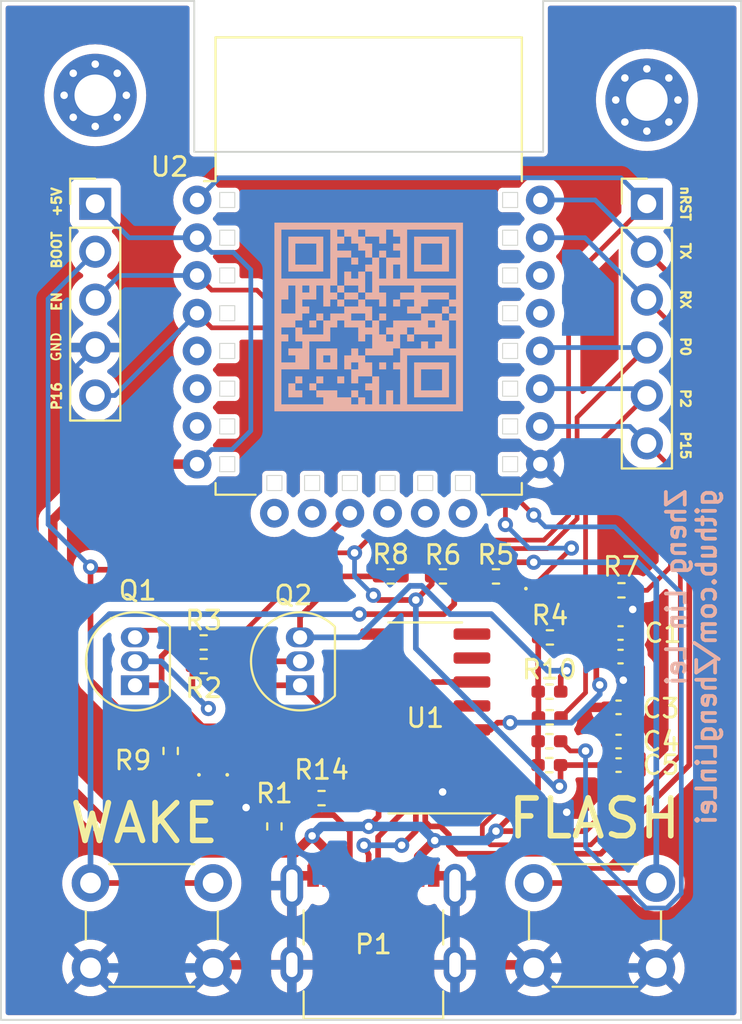
<source format=kicad_pcb>
(kicad_pcb (version 20221018) (generator pcbnew)
  (layers (0 "F.Cu" signal) (31 "B.Cu" signal) (34 "B.Paste" user) (35 "F.Paste" user) (36 "B.SilkS" user "B.Silkscreen") (37 "F.SilkS" user "F.Silkscreen") (38 "B.Mask" user) (39 "F.Mask" user) (44 "Edge.Cuts" user))
  (net 0 "")
  (net 1 "GND")
  (net 2 "Net-(U1-V3)")
  (net 3 "VBUS")
  (net 4 "Net-(D1-A)")
  (net 5 "Net-(D2-A)")
  (net 6 "Net-(P1-CC)")
  (net 7 "Net-(P1-D+)")
  (net 8 "Net-(P1-D-)")
  (net 10 "Net-(Q1-E)")
  (net 11 "Net-(Q1-B)")
  (net 12 "Net-(Q2-E)")
  (net 13 "Net-(Q2-B)")
  (net 14 "Net-(R5-Pad2)")
  (net 15 "Net-(R8-Pad2)")
  (net 33 "Net-(D3-A)")
  (net 34 "nRST")
  (net 35 "PIN16")
  (net 38 "BOOT_LED")
  (net 39 "EN")
  (net 40 "TX")
  (net 41 "RX")
  (net 42 "PIN0")
  (net 43 "PIN2")
  (net 44 "PIN15")
  (footprint "LED_SMD:LED_0402_1005Metric_Pad0.77x0.64mm_HandSolder" (layer "F.Cu") (at 138 122.75 90)
    (fp_text reference "D3" hide)
    (fp_text value "LED")
  )
  (footprint "LED_SMD:LED_0402_1005Metric_Pad0.77x0.64mm_HandSolder" (layer "F.Cu") (at 155.101098 114.145646)
    (fp_text reference "D1" hide)
    (fp_text value "LED")
  )
  (footprint "Resistor_SMD:R_0402_1005Metric_Pad0.72x0.64mm_HandSolder" (layer "F.Cu") (at 143 125.25 180)
    (fp_text reference "R14")
    (fp_text value "330")
  )
  (footprint "Resistor_SMD:R_0402_1005Metric_Pad0.72x0.64mm_HandSolder" (layer "F.Cu") (at 140.5 126.75 -90)
    (fp_text reference "R1")
    (fp_text value "4.7k")
  )
  (footprint "Resistor_SMD:R_0402_1005Metric_Pad0.72x0.64mm_HandSolder" (layer "F.Cu") (at 149.436473 113.5 180)
    (fp_text reference "R6")
    (fp_text value "19330R")
  )
  (footprint "Button_Switch_THT:SW_PUSH_6mm" (layer "F.Cu") (at 154.25 129.75)
    (fp_text reference "SW2" hide)
    (fp_text value "SW_Push")
  )
  (footprint "Resistor_SMD:R_0402_1005Metric_Pad0.72x0.64mm_HandSolder" (layer "F.Cu") (at 136.75 117)
    (fp_text reference "R3")
    (fp_text value "10k")
  )
  (footprint "Resistor_SMD:R_0402_1005Metric_Pad0.72x0.64mm_HandSolder" (layer "F.Cu") (at 155.109033 116.732859)
    (fp_text reference "R4")
    (fp_text value "330R")
  )
  (footprint "Resistor_SMD:R_0402_1005Metric_Pad0.72x0.64mm_HandSolder" (layer "F.Cu") (at 135 122.75 -90)
    (fp_text reference "R9")
    (fp_text value "330R")
  )
  (footprint "Package_TO_SOT_THT:TO-92_Inline" (layer "F.Cu") (at 141.86 119.27 90)
    (fp_text reference "Q2")
    (fp_text value "S8050")
  )
  (footprint "Connector_PinHeader_2.54mm:PinHeader_1x06_P2.54mm_Vertical" (layer "F.Cu") (at 160.25 93.75)
    (fp_text reference "J2" hide)
    (fp_text value "Conn_01x06_Pin")
  )
  (footprint "Capacitor_SMD:C_0402_1005Metric_Pad0.74x0.62mm_HandSolder" (layer "F.Cu") (at 158.854271 116.5)
    (fp_text reference "C1")
    (fp_text value "100n")
  )
  (footprint "RF_Module:ESP-12E_XPIN" (layer "F.Cu") (at 145.5 97.05)
    (fp_text reference "U2")
    (fp_text value "ESP-12E")
    (fp_rect (start -7.9 -3.9) (end -7.1 -3.1) (stroke (width 0.05)) (fill none) (layer "Edge.Cuts"))
    (fp_rect (start -7.9 -1.9) (end -7.1 -1.1) (stroke (width 0.05)) (fill none) (layer "Edge.Cuts"))
    (fp_rect (start -7.9 0.1) (end -7.1 0.9) (stroke (width 0.05)) (fill none) (layer "Edge.Cuts"))
    (fp_rect (start -7.9 2.1) (end -7.1 2.9) (stroke (width 0.05)) (fill none) (layer "Edge.Cuts"))
    (fp_rect (start -7.9 4.1) (end -7.1 4.9) (stroke (width 0.05)) (fill none) (layer "Edge.Cuts"))
    (fp_rect (start -7.9 6.1) (end -7.1 6.9) (stroke (width 0.05)) (fill none) (layer "Edge.Cuts"))
    (fp_rect (start -7.9 8.1) (end -7.1 8.9) (stroke (width 0.05)) (fill none) (layer "Edge.Cuts"))
    (fp_rect (start -7.9 10.1) (end -7.1 10.9) (stroke (width 0.05)) (fill none) (layer "Edge.Cuts"))
    (fp_rect (start -5.4 11.9) (end -4.6 11.1) (stroke (width 0.05)) (fill none) (layer "Edge.Cuts"))
    (fp_rect (start -3.4 11.9) (end -2.6 11.1) (stroke (width 0.05)) (fill none) (layer "Edge.Cuts"))
    (fp_rect (start -1.4 11.9) (end -0.6 11.1) (stroke (width 0.05)) (fill none) (layer "Edge.Cuts"))
    (fp_rect (start 0.6 11.9) (end 1.4 11.1) (stroke (width 0.05)) (fill none) (layer "Edge.Cuts"))
    (fp_rect (start 2.6 11.9) (end 3.4 11.1) (stroke (width 0.05)) (fill none) (layer "Edge.Cuts"))
    (fp_rect (start 4.6 11.9) (end 5.4 11.1) (stroke (width 0.05)) (fill none) (layer "Edge.Cuts"))
    (fp_rect (start 7.1 -3.9) (end 7.9 -3.1) (stroke (width 0.05)) (fill none) (layer "Edge.Cuts"))
    (fp_rect (start 7.1 -1.9) (end 7.9 -1.1) (stroke (width 0.05)) (fill none) (layer "Edge.Cuts"))
    (fp_rect (start 7.1 0.1) (end 7.9 0.9) (stroke (width 0.05)) (fill none) (layer "Edge.Cuts"))
    (fp_rect (start 7.1 2.1) (end 7.9 2.9) (stroke (width 0.05)) (fill none) (layer "Edge.Cuts"))
    (fp_rect (start 7.1 4.1) (end 7.9 4.9) (stroke (width 0.05)) (fill none) (layer "Edge.Cuts"))
    (fp_rect (start 7.1 6.1) (end 7.9 6.9) (stroke (width 0.05)) (fill none) (layer "Edge.Cuts"))
    (fp_rect (start 7.1 8.1) (end 7.9 8.9) (stroke (width 0.05)) (fill none) (layer "Edge.Cuts"))
    (fp_rect (start 7.1 10.1) (end 7.9 10.9) (stroke (width 0.05)) (fill none) (layer "Edge.Cuts"))
  )
  (footprint "Resistor_SMD:R_0402_1005Metric_Pad0.72x0.64mm_HandSolder" (layer "F.Cu") (at 146.665314 113.5)
    (fp_text reference "R8")
    (fp_text value "330R")
  )
  (footprint "Package_SO:SOIC-16_3.9x9.9mm_P1.27mm" (layer "F.Cu") (at 148.5 121 180)
    (fp_text reference "U1")
    (fp_text value "CH340C")
  )
  (footprint "Resistor_SMD:R_0402_1005Metric_Pad0.72x0.64mm_HandSolder" (layer "F.Cu") (at 155.085729 119.60561)
    (fp_text reference "R10")
    (fp_text value "10k")
  )
  (footprint "Library:TYPE-C 16PIN 2MD(073)" (layer "F.Cu") (at 145.75 131.875)
    (fp_text reference "P1")
    (fp_text value "USB_C_Plug_USB2.0")
  )
  (footprint "LED_SMD:LED_0402_1005Metric_Pad0.77x0.64mm_HandSolder" (layer "F.Cu") (at 136.5 122.75 90)
    (fp_text reference "D2" hide)
    (fp_text value "LED")
  )
  (footprint "MountingHole:MountingHole_2.2mm_M2_Pad_Via" (layer "F.Cu") (at 160.25 88.25)
    (fp_text reference "H13" hide)
    (fp_text value "MountingHole_Pad")
  )
  (footprint "Resistor_SMD:R_0402_1005Metric_Pad0.72x0.64mm_HandSolder" (layer "F.Cu") (at 152.25 113.5 180)
    (fp_text reference "R5")
    (fp_text value "16330R")
  )
  (footprint "Capacitor_SMD:C_0402_1005Metric_Pad0.74x0.62mm_HandSolder" (layer "F.Cu") (at 158.854271 117.75)
    (fp_text reference "C2" hide)
    (fp_text value "100n")
  )
  (footprint "Package_TO_SOT_THT:TO-92_Inline" (layer "F.Cu") (at 133.11 119.27 90)
    (fp_text reference "Q1")
    (fp_text value "S8050")
  )
  (footprint "Resistor_SMD:R_0402_1005Metric_Pad0.72x0.64mm_HandSolder" (layer "F.Cu") (at 155.081996 122.236341)
    (fp_text reference "R12" hide)
    (fp_text value "10k")
  )
  (footprint "MountingHole:MountingHole_2.2mm_M2_Pad_Via" (layer "F.Cu") (at 131 88)
    (fp_text reference "H12" hide)
    (fp_text value "MountingHole_Pad")
  )
  (footprint "Button_Switch_THT:SW_PUSH_6mm" (layer "F.Cu") (at 137.25 134.25 180)
    (fp_text reference "SW1" hide)
    (fp_text value "SW_Push")
  )
  (footprint "Capacitor_SMD:C_0402_1005Metric_Pad0.74x0.62mm_HandSolder" (layer "F.Cu") (at 158.75 122.25)
    (fp_text reference "C4")
    (fp_text value "10u")
  )
  (footprint "Resistor_SMD:R_0402_1005Metric_Pad0.72x0.64mm_HandSolder" (layer "F.Cu") (at 158.9025 114.236187 180)
    (fp_text reference "R7")
    (fp_text value "10k")
  )
  (footprint "Resistor_SMD:R_0402_1005Metric_Pad0.72x0.64mm_HandSolder" (layer "F.Cu") (at 155.0975 120.965346)
    (fp_text reference "R11" hide)
    (fp_text value "10k")
  )
  (footprint "Resistor_SMD:R_0402_1005Metric_Pad0.72x0.64mm_HandSolder" (layer "F.Cu") (at 136.75 118.25 180)
    (fp_text reference "R2")
    (fp_text value "10k")
  )
  (footprint "Connector_PinHeader_2.54mm:PinHeader_1x05_P2.54mm_Vertical" (layer "F.Cu") (at 131 93.75)
    (fp_text reference "J1" hide)
    (fp_text value "Conn_01x05_Pin")
  )
  (footprint "Resistor_SMD:R_0402_1005Metric_Pad0.72x0.64mm_HandSolder" (layer "F.Cu") (at 155.075695 123.5)
    (fp_text reference "R13" hide)
    (fp_text value "10k")
  )
  (footprint "Capacitor_SMD:C_0402_1005Metric_Pad0.74x0.62mm_HandSolder" (layer "F.Cu") (at 158.75 123.5)
    (fp_text reference "C5")
    (fp_text value "470p")
  )
  (footprint "Capacitor_SMD:C_0402_1005Metric_Pad0.74x0.62mm_HandSolder" (layer "F.Cu") (at 158.75 120.44)
    (fp_text reference "C3")
    (fp_text value "1u")
  )
  (footprint "Graphics:GithubQR" (layer "B.Cu") (at 145.5 99.75 180)
    (fp_text reference "G***" hide)
    (fp_text value "LOGO" hide)
  )
  (gr_poly (pts (xy 136.25 83) (xy 136.25 91) (xy 154.75 91) (xy 154.75 83) (xy 165.25 83) (xy 165.25 137) (xy 126 137) (xy 126 83)) (stroke (width 0.1)) (fill none) (layer "Edge.Cuts"))
  (gr_text "Zheng Lin Lei\ngithub.com\\ZhengLinLei\n" (at 164 108.75 90) (layer "B.SilkS") (effects (font (size 1 1) (thickness 0.2) bold) (justify left bottom mirror)))
  (gr_text "BOOT\n" (at 129.25 97.25 90) (layer "F.SilkS") (effects (font (size 0.5 0.5) (thickness 0.125) bold) (justify left bottom)))
  (gr_text "P2\n" (at 162 103.5 270) (layer "F.SilkS") (effects (font (size 0.5 0.5) (thickness 0.125) bold) (justify left bottom)))
  (gr_text "P0\n" (at 162 100.75 270) (layer "F.SilkS") (effects (font (size 0.5 0.5) (thickness 0.125) bold) (justify left bottom)))
  (gr_text "P16\n" (at 129.25 104.75 90) (layer "F.SilkS") (effects (font (size 0.5 0.5) (thickness 0.125) bold) (justify left bottom)))
  (gr_text "RX\n" (at 162 98.25 270) (layer "F.SilkS") (effects (font (size 0.5 0.5) (thickness 0.125) bold) (justify left bottom)))
  (gr_text "P15" (at 162 105.75 270) (layer "F.SilkS") (effects (font (size 0.5 0.5) (thickness 0.125) bold) (justify left bottom)))
  (gr_text "+5V" (at 129.25 94.5 90) (layer "F.SilkS") (effects (font (size 0.5 0.5) (thickness 0.125) bold) (justify left bottom)))
  (gr_text "FLASH" (at 152.75 127.5) (layer "F.SilkS") (effects (font (size 2 2) (thickness 0.3) bold) (justify left bottom)))
  (gr_text "WAKE\n" (at 129.5 127.75) (layer "F.SilkS") (effects (font (size 2 2) (thickness 0.3) bold) (justify left bottom)))
  (gr_text "nRST\n" (at 162 92.75 270) (layer "F.SilkS") (effects (font (size 0.5 0.5) (thickness 0.125) bold) (justify left bottom)))
  (gr_text "TX" (at 162 95.75 270) (layer "F.SilkS") (effects (font (size 0.5 0.5) (thickness 0.125) bold) (justify left bottom)))
  (gr_text "GND\n" (at 129.22843 102.158692 90) (layer "F.SilkS") (effects (font (size 0.5 0.5) (thickness 0.1) bold) (justify left bottom)))
  (gr_text "EN\n" (at 129.25 99.5 90) (layer "F.SilkS") (effects (font (size 0.5 0.5) (thickness 0.125) bold) (justify left bottom)))
  (segment (start 158.305 114.236187) (end 159.318813 115.25) (width 0.3) (layer "F.Cu") (net 1))
  (segment (start 158.1825 120.44) (end 158.1825 122.25) (width 0.3) (layer "F.Cu") (net 1))
  (segment (start 158.286771 114.254416) (end 158.305 114.236187) (width 0.3) (layer "F.Cu") (net 1))
  (segment (start 150.075 134.085) (end 154.085 134.085) (width 0.5) (layer "F.Cu") (net 1))
  (segment (start 138.9025 125.75) (end 139 125.75) (width 0.3) (layer "F.Cu") (net 1))
  (segment (start 159.3175 123.385) (end 158.1825 122.25) (width 0.3) (layer "F.Cu") (net 1))
  (segment (start 150.075 134.085) (end 141.425 134.085) (width 0.5) (layer "F.Cu") (net 1))
  (segment (start 149.555 129.365) (end 150.075 129.885) (width 0.5) (layer "F.Cu") (net 1))
  (segment (start 136.5 123.3225) (end 138 123.3225) (width 0.3) (layer "F.Cu") (net 1))
  (segment (start 141.945 129.365) (end 141.425 129.885) (width 0.5) (layer "F.Cu") (net 1))
  (segment (start 156 126) (end 156.25 126) (width 0.3) (layer "F.Cu") (net 1))
  (segment (start 158.286771 116.5) (end 158.286771 117.75) (width 0.3) (layer "F.Cu") (net 1))
  (segment (start 141.425 134.085) (end 137.415 134.085) (width 0.5) (layer "F.Cu") (net 1))
  (segment (start 156.8175 126) (end 156 126) (width 0.3) (layer "F.Cu") (net 1))
  (segment (start 150.075 129.885) (end 150.075 134.085) (width 0.5) (layer "F.Cu") (net 1))
  (segment (start 159 119) (end 159 119.6225) (width 0.3) (layer "F.Cu") (net 1))
  (segment (start 142.55 129.365) (end 141.945 129.365) (width 0.5) (layer "F.Cu") (net 1))
  (segment (start 150.975 125.445) (end 149.940872 125.445) (width 0.3) (layer "F.Cu") (net 1))
  (segment (start 139 125.75) (end 139 125.8475) (width 0.3) (layer "F.Cu") (net 1))
  (segment (start 158.286771 117.75) (end 159 118.463229) (width 0.3) (layer "F.Cu") (net 1))
  (segment (start 158.1825 122.25) (end 158.1825 122.365) (width 0.3) (layer "F.Cu") (net 1))
  (segment (start 159 118.463229) (end 159 119) (width 0.3) (layer "F.Cu") (net 1))
  (segment (start 158.1825 117.854271) (end 158.286771 117.75) (width 0.3) (layer "F.Cu") (net 1))
  (segment (start 159.3175 123.5) (end 159.3175 123.385) (width 0.3) (layer "F.Cu") (net 1))
  (segment (start 141.425 129.885) (end 141.425 134.085) (width 0.5) (layer "F.Cu") (net 1))
  (segment (start 148.95 129.365) (end 149.555 129.365) (width 0.5) (layer "F.Cu") (net 1))
  (segment (start 138 124.8475) (end 138.9025 125.75) (width 0.3) (layer "F.Cu") (net 1))
  (segment (start 154.085 134.085) (end 154.25 134.25) (width 0.5) (layer "F.Cu") (net 1))
  (segment (start 138 123.3225) (end 138 124.8475) (width 0.3) (layer "F.Cu") (net 1))
  (segment (start 159.318813 115.25) (end 159.5 115.25) (width 0.3) (layer "F.Cu") (net 1))
  (segment (start 149.940872 125.445) (end 149.420372 124.9245) (width 0.3) (layer "F.Cu") (net 1))
  (segment (start 159 119.6225) (end 158.1825 120.44) (width 0.3) (layer "F.Cu") (net 1))
  (segment (start 159.3175 123.5) (end 156.8175 126) (width 0.3) (layer "F.Cu") (net 1))
  (segment (start 139 125.8475) (end 140.5 127.3475) (width 0.3) (layer "F.Cu") (net 1))
  (segment (start 137.415 134.085) (end 137.25 134.25) (width 0.5) (layer "F.Cu") (net 1))
  (via (at 159.5 115.25) (size 0.8) (drill 0.4) (layers "F.Cu" "B.Cu") (net 1))
  (via (at 139 125.75) (size 0.8) (drill 0.4) (layers "F.Cu" "B.Cu") (net 1))
  (via (at 159 119) (size 0.8) (drill 0.4) (layers "F.Cu" "B.Cu") (net 1))
  (via (at 156 126) (size 0.8) (drill 0.4) (layers "F.Cu" "B.Cu") (net 1))
  (via (at 149.420372 124.9245) (size 0.8) (drill 0.4) (layers "F.Cu" "B.Cu") (net 1))
  (segment (start 129.25 103.12) (end 129.25 105.25) (width 0.25) (layer "B.Cu") (net 1))
  (segment (start 159 119) (end 158.25 118.25) (width 0.3) (layer "B.Cu") (net 1))
  (segment (start 137.25 134.25) (end 130.75 134.25) (width 0.5) (layer "B.Cu") (net 1))
  (segment (start 132.79467 108.79467) (end 138.20533 108.79467) (width 0.25) (layer "B.Cu") (net 1))
  (segment (start 140.5 106.5) (end 153.55 106.5) (width 0.25) (layer "B.Cu") (net 1))
  (segment (start 155.310661 126.689339) (end 154.060661 126.689339) (width 0.3) (layer "B.Cu") (net 1))
  (segment (start 160.75 134.25) (end 154.25 134.25) (width 0.5) (layer "B.Cu") (net 1))
  (segment (start 131 101.37) (end 129.25 103.12) (width 0.25) (layer "B.Cu") (net 1))
  (segment (start 154.060661 126.689339) (end 150.865 129.885) (width 0.3) (layer "B.Cu") (net 1))
  (segment (start 149.594872 124.75) (end 152.121322 124.75) (width 0.3) (layer "B.Cu") (net 1))
  (segment (start 153.55 106.5) (end 154.6 107.55) (width 0.25) (layer "B.Cu") (net 1))
  (segment (start 152.121322 124.75) (end 154.060661 126.689339) (width 0.3) (layer "B.Cu") (net 1))
  (segment (start 138.20533 108.79467) (end 140.5 106.5) (width 0.25) (layer "B.Cu") (net 1))
  (segment (start 156 126) (end 155.310661 126.689339) (width 0.3) (layer "B.Cu") (net 1))
  (segment (start 149.420372 124.9245) (end 149.594872 124.75) (width 0.3) (layer "B.Cu") (net 1))
  (segment (start 139 125.75) (end 139 132.5) (width 0.3) (layer "B.Cu") (net 1))
  (segment (start 158.25 116.5) (end 159.5 115.25) (width 0.3) (layer "B.Cu") (net 1))
  (segment (start 158.25 118.25) (end 158.25 116.5) (width 0.3) (layer "B.Cu") (net 1))
  (segment (start 129.25 105.25) (end 132.79467 108.79467) (width 0.25) (layer "B.Cu") (net 1))
  (segment (start 139 132.5) (end 137.25 134.25) (width 0.3) (layer "B.Cu") (net 1))
  (segment (start 150.865 129.885) (end 150.075 129.885) (width 0.3) (layer "B.Cu") (net 1))
  (segment (start 157.569271 116.131526) (end 157.569271 119.069271) (width 0.3) (layer "F.Cu") (net 2))
  (segment (start 157.569271 119.069271) (end 157.75 119.25) (width 0.3) (layer "F.Cu") (net 2))
  (segment (start 159.421771 116.5) (end 158.761771 115.84) (width 0.3) (layer "F.Cu") (net 2))
  (segment (start 150.975 121.635) (end 151.949999 121.635) (width 0.3) (layer "F.Cu") (net 2))
  (segment (start 152.334999 121.25) (end 153 121.25) (width 0.3) (layer "F.Cu") (net 2))
  (segment (start 151.949999 121.635) (end 152.334999 121.25) (width 0.3) (layer "F.Cu") (net 2))
  (segment (start 157.860797 115.84) (end 157.569271 116.131526) (width 0.3) (layer "F.Cu") (net 2))
  (segment (start 158.761771 115.84) (end 157.860797 115.84) (width 0.3) (layer "F.Cu") (net 2))
  (via (at 157.75 119.25) (size 0.8) (drill 0.4) (layers "F.Cu" "B.Cu") (net 2))
  (via (at 153 121.25) (size 0.8) (drill 0.4) (layers "F.Cu" "B.Cu") (net 2))
  (segment (start 157.75 119.75) (end 157.75 119.25) (width 0.3) (layer "B.Cu") (net 2))
  (segment (start 156.25 121.25) (end 157.75 119.75) (width 0.3) (layer "B.Cu") (net 2))
  (segment (start 153 121.25) (end 156.25 121.25) (width 0.3) (layer "B.Cu") (net 2))
  (segment (start 141.595 128.155) (end 133.155 128.155) (width 0.5) (layer "F.Cu") (net 3))
  (segment (start 160 119.7575) (end 160 118.328229) (width 0.3) (layer "F.Cu") (net 3))
  (segment (start 143.35 128.1) (end 142.5 127.25) (width 0.5) (layer "F.Cu") (net 3))
  (segment (start 128.75 123.75) (end 128.75 110.5) (width 0.5) (layer "F.Cu") (net 3))
  (segment (start 160.035 123.965) (end 157 127) (width 0.3) (layer "F.Cu") (net 3))
  (segment (start 154.478195 123.5) (end 154.478195 124.771805) (width 0.3) (layer "F.Cu") (net 3))
  (segment (start 146.025 125.445) (end 146.025 126.225) (width 0.3) (layer "F.Cu") (net 3))
  (segment (start 146.025 126.225) (end 145.5 126.75) (width 0.3) (layer "F.Cu") (net 3))
  (segment (start 154.488229 119.60561) (end 154.488229 116.756163) (width 0.3) (layer "F.Cu") (net 3))
  (segment (start 128.75 110.5) (end 131.7 107.55) (width 0.5) (layer "F.Cu") (net 3))
  (segment (start 148.15 128.35) (end 149 127.5) (width 0.5) (layer "F.Cu") (net 3))
  (segment (start 154.5 119.617381) (end 154.488229 119.60561) (width 0.3) (layer "F.Cu") (net 3))
  (segment (start 154.478195 122.242642) (end 154.484496 122.236341) (width 0.3) (layer "F.Cu") (net 3))
  (segment (start 159.3175 120.44) (end 159.3175 122.25) (width 0.3) (layer "F.Cu") (net 3))
  (segment (start 159.3175 122.25) (end 160.035 122.9675) (width 0.3) (layer "F.Cu") (net 3))
  (segment (start 143.35 129.365) (end 143.35 128.1) (width 0.5) (layer "F.Cu") (net 3))
  (segment (start 159.3175 120.44) (end 160 119.7575) (width 0.3) (layer "F.Cu") (net 3))
  (segment (start 133.155 128.155) (end 128.75 123.75) (width 0.5) (layer "F.Cu") (net 3))
  (segment (start 154.484496 122.236341) (end 154.484496 120.98085) (width 0.3) (layer "F.Cu") (net 3))
  (segment (start 142.5 127.25) (end 141.595 128.155) (width 0.5) (layer "F.Cu") (net 3))
  (segment (start 154.5 120.965346) (end 154.5 119.617381) (width 0.3) (layer "F.Cu") (net 3))
  (segment (start 148.15 129.365) (end 148.15 128.35) (width 0.5) (layer "F.Cu") (net 3))
  (segment (start 160.035 122.9675) (end 160.035 123.965) (width 0.3) (layer "F.Cu") (net 3))
  (segment (start 157 127) (end 152.25 127) (width 0.3) (layer "F.Cu") (net 3))
  (segment (start 160 118.328229) (end 159.421771 117.75) (width 0.3) (layer "F.Cu") (net 3))
  (segment (start 146.025 125.445) (end 143.7925 125.445) (width 0.3) (layer "F.Cu") (net 3))
  (segment (start 154.478195 123.5) (end 154.478195 122.242642) (width 0.3) (layer "F.Cu") (net 3))
  (segment (start 131.7 107.55) (end 136.4 107.55) (width 0.5) (layer "F.Cu") (net 3))
  (segment (start 154.484496 120.98085) (end 154.5 120.965346) (width 0.3) (layer "F.Cu") (net 3))
  (segment (start 154.478195 124.771805) (end 152.25 127) (width 0.3) (layer "F.Cu") (net 3))
  (segment (start 143.7925 125.445) (end 143.5975 125.25) (width 0.3) (layer "F.Cu") (net 3))
  (segment (start 154.488229 116.756163) (end 154.511533 116.732859) (width 0.3) (layer "F.Cu") (net 3))
  (via (at 152.25 127) (size 0.8) (drill 0.4) (layers "F.Cu" "B.Cu") (net 3))
  (via (at 145.5 126.75) (size 0.8) (drill 0.4) (layers "F.Cu" "B.Cu") (net 3))
  (via (at 142.5 127.25) (size 0.8) (drill 0.4) (layers "F.Cu" "B.Cu") (net 3))
  (via (at 149 127.5) (size 0.8) (drill 0.4) (layers "F.Cu" "B.Cu") (net 3))
  (segment (start 138.25 106.775) (end 137.175 106.775) (width 0.25) (layer "B.Cu") (net 3))
  (segment (start 148.25 126.75) (end 145.5 126.75) (width 0.5) (layer "B.Cu") (net 3))
  (segment (start 136.4 95.55) (end 132.8 95.55) (width 0.25) (layer "B.Cu") (net 3))
  (segment (start 132.8 95.55) (end 131 93.75) (width 0.25) (layer "B.Cu") (net 3))
  (segment (start 151.75 127.5) (end 152.25 127) (width 0.5) (layer "B.Cu") (net 3))
  (segment (start 136.4 95.55) (end 137.175 96.325) (width 0.25) (layer "B.Cu") (net 3))
  (segment (start 139.25 97.25) (end 139.25 105.775) (width 0.25) (layer "B.Cu") (net 3))
  (segment (start 137.175 106.775) (end 136.4 107.55) (width 0.25) (layer "B.Cu") (net 3))
  (segment (start 143 126.75) (end 142.5 127.25) (width 0.5) (layer "B.Cu") (net 3))
  (segment (start 138.325 96.325) (end 139.25 97.25) (width 0.25) (layer "B.Cu") (net 3))
  (segment (start 139.25 105.775) (end 138.25 106.775) (width 0.25) (layer "B.Cu") (net 3))
  (segment (start 137.175 96.325) (end 138.325 96.325) (width 0.25) (layer "B.Cu") (net 3))
  (segment (start 145.5 126.75) (end 143 126.75) (width 0.5) (layer "B.Cu") (net 3))
  (segment (start 149 127.5) (end 151.75 127.5) (width 0.5) (layer "B.Cu") (net 3))
  (segment (start 149 127.5) (end 148.25 126.75) (width 0.5) (layer "B.Cu") (net 3))
  (segment (start 155.673598 114.145646) (end 155.673598 116.699924) (width 0.3) (layer "F.Cu") (net 4))
  (segment (start 155.673598 116.699924) (end 155.706533 116.732859) (width 0.3) (layer "F.Cu") (net 4))
  (segment (start 135 123.3475) (end 135.33 123.3475) (width 0.3) (layer "F.Cu") (net 5))
  (segment (start 135.33 123.3475) (end 136.5 122.1775) (width 0.3) (layer "F.Cu") (net 5))
  (segment (start 144.5 129.365) (end 144.5 127) (width 0.3) (layer "F.Cu") (net 6))
  (segment (start 143.6525 126.1525) (end 140.5 126.1525) (width 0.3) (layer "F.Cu") (net 6))
  (segment (start 144.5 127) (end 143.6525 126.1525) (width 0.3) (layer "F.Cu") (net 6))
  (segment (start 145.25 127.75) (end 145.25 128) (width 0.3) (layer "F.Cu") (net 7))
  (segment (start 148 122.365001) (end 148 127) (width 0.3) (layer "F.Cu") (net 7))
  (segment (start 150.975 120.365) (end 150.000001 120.365) (width 0.3) (layer "F.Cu") (net 7))
  (segment (start 150.000001 120.365) (end 148 122.365001) (width 0.3) (layer "F.Cu") (net 7))
  (segment (start 148 127) (end 147.25 127.75) (width 0.3) (layer "F.Cu") (net 7))
  (segment (start 145.5 129.365) (end 145.5 128.25) (width 0.3) (layer "F.Cu") (net 7))
  (segment (start 145.5 128.25) (end 145.25 127.75) (width 0.3) (layer "F.Cu") (net 7))
  (via (at 145.25 127.75) (size 0.8) (drill 0.4) (layers "F.Cu" "B.Cu") (net 7))
  (via (at 147.25 127.75) (size 0.8) (drill 0.4) (layers "F.Cu" "B.Cu") (net 7))
  (segment (start 147.25 127.75) (end 147 127.75) (width 0.3) (layer "B.Cu") (net 7))
  (segment (start 145.25 127.75) (end 147.25 127.75) (width 0.3) (layer "B.Cu") (net 7))
  (segment (start 148.905 119.095) (end 150.975 119.095) (width 0.3) (layer "F.Cu") (net 8))
  (segment (start 146 129.365) (end 146 127.310661) (width 0.3) (layer "F.Cu") (net 8))
  (segment (start 146 127.310661) (end 147.5 125.810661) (width 0.3) (layer "F.Cu") (net 8))
  (segment (start 147.5 120.5) (end 148.905 119.095) (width 0.3) (layer "F.Cu") (net 8))
  (segment (start 147.5 125.810661) (end 147.5 120.5) (width 0.3) (layer "F.Cu") (net 8))
  (segment (start 139.445 121.445) (end 140.905 122.905) (width 0.3) (layer "F.Cu") (net 10))
  (segment (start 134.52 117.73) (end 134.52 119.27) (width 0.3) (layer "F.Cu") (net 10))
  (segment (start 133.11 119.27) (end 134.52 119.27) (width 0.3) (layer "F.Cu") (net 10))
  (segment (start 135.25 117) (end 134.52 117.73) (width 0.3) (layer "F.Cu") (net 10))
  (segment (start 140.905 122.905) (end 146.025 122.905) (width 0.3) (layer "F.Cu") (net 10))
  (segment (start 136.1525 117) (end 135.25 117) (width 0.3) (layer "F.Cu") (net 10))
  (segment (start 136.695 121.445) (end 139.445 121.445) (width 0.3) (layer "F.Cu") (net 10))
  (segment (start 134.52 119.27) (end 136.695 121.445) (width 0.3) (layer "F.Cu") (net 10))
  (segment (start 136.1525 119.6525) (end 137 120.5) (width 0.3) (layer "F.Cu") (net 11))
  (segment (start 136.1525 118.25) (end 136.1525 119.6525) (width 0.3) (layer "F.Cu") (net 11))
  (via (at 137 120.5) (size 0.8) (drill 0.4) (layers "F.Cu" "B.Cu") (net 11))
  (segment (start 134.5 118) (end 137 120.5) (width 0.3) (layer "B.Cu") (net 11))
  (segment (start 133.11 118) (end 134.5 118) (width 0.3) (layer "B.Cu") (net 11))
  (segment (start 137.3475 118.25) (end 138.3675 119.27) (width 0.3) (layer "F.Cu") (net 12))
  (segment (start 146.025 121.635) (end 144.225 121.635) (width 0.3) (layer "F.Cu") (net 12))
  (segment (start 138.3675 119.27) (end 141.86 119.27) (width 0.3) (layer "F.Cu") (net 12))
  (segment (start 144.225 121.635) (end 141.86 119.27) (width 0.3) (layer "F.Cu") (net 12))
  (segment (start 141.86 118) (end 138.3475 118) (width 0.3) (layer "F.Cu") (net 13))
  (segment (start 138.3475 118) (end 137.3475 117) (width 0.3) (layer "F.Cu") (net 13))
  (segment (start 151.6525 113.5) (end 150.033973 113.5) (width 0.3) (layer "F.Cu") (net 14))
  (segment (start 150.033973 113.5) (end 150.033973 114.966027) (width 0.3) (layer "F.Cu") (net 14))
  (segment (start 149.5 115.5) (end 145 115.5) (width 0.3) (layer "F.Cu") (net 14))
  (segment (start 130.75 129.75) (end 137.25 129.75) (width 0.3) (layer "F.Cu") (net 14))
  (segment (start 150.033973 114.966027) (end 149.5 115.5) (width 0.3) (layer "F.Cu") (net 14))
  (via (at 145 115.5) (size 0.8) (drill 0.4) (layers "F.Cu" "B.Cu") (net 14))
  (segment (start 130.75 116.5) (end 131.75 115.5) (width 0.3) (layer "B.Cu") (net 14))
  (segment (start 130.75 129.75) (end 130.75 116.5) (width 0.3) (layer "B.Cu") (net 14))
  (segment (start 131.75 115.5) (end 145 115.5) (width 0.3) (layer "B.Cu") (net 14))
  (segment (start 148.012814 112.75) (end 147.262814 113.5) (width 0.3) (layer "F.Cu") (net 15))
  (segment (start 154.25 112.75) (end 148.012814 112.75) (width 0.3) (layer "F.Cu") (net 15))
  (segment (start 154.25 129.75) (end 160.75 129.75) (width 0.3) (layer "F.Cu") (net 15))
  (via (at 154.25 112.75) (size 0.8) (drill 0.4) (layers "F.Cu" "B.Cu") (net 15))
  (segment (start 159.75 112.75) (end 160.75 113.75) (width 0.3) (layer "B.Cu") (net 15))
  (segment (start 160.75 113.75) (end 160.75 129.75) (width 0.3) (layer "B.Cu") (net 15))
  (segment (start 154.25 112.75) (end 159.75 112.75) (width 0.3) (layer "B.Cu") (net 15))
  (segment (start 139.33 122.1775) (end 142.4025 125.25) (width 0.3) (layer "F.Cu") (net 33))
  (segment (start 138 122.1775) (end 139.33 122.1775) (width 0.3) (layer "F.Cu") (net 33))
  (segment (start 148 114.75) (end 146 114.75) (width 0.3) (layer "F.Cu") (net 34))
  (segment (start 155.623336 124.626664) (end 155.619243 124.626664) (width 0.3) (layer "F.Cu") (net 34))
  (segment (start 146 114.75) (end 145.75 114.5) (width 0.3) (layer "F.Cu") (net 34))
  (segment (start 155.673195 123.5) (end 158.1825 123.5) (width 0.3) (layer "F.Cu") (net 34))
  (segment (start 143.071752 112.25) (end 138.966752 116.355) (width 0.25) (layer "F.Cu") (net 34))
  (segment (start 144.75 112.25) (end 143.071752 112.25) (width 0.25) (layer "F.Cu") (net 34))
  (segment (start 156.1 97.9) (end 160.25 93.75) (width 0.25) (layer "F.Cu") (net 34))
  (segment (start 148.838973 113.911027) (end 148 114.75) (width 0.3) (layer "F.Cu") (net 34))
  (segment (start 145.425 111.575) (end 144.75 112.25) (width 0.25) (layer "F.Cu") (net 34))
  (segment (start 155.619243 124.630757) (end 155.5 124.75) (width 0.3) (layer "F.Cu") (net 34))
  (segment (start 148.838973 113.5) (end 148.838973 113.911027) (width 0.3) (layer "F.Cu") (net 34))
  (segment (start 155.619243 124.626664) (end 155.619243 124.630757) (width 0.3) (layer "F.Cu") (net 34))
  (segment (start 156.1 110.263604) (end 156.1 97.9) (width 0.25) (layer "F.Cu") (net 34))
  (segment (start 138.966752 116.355) (end 133.485 116.355) (width 0.25) (layer "F.Cu") (net 34))
  (segment (start 133.485 116.355) (end 133.11 116.73) (width 0.25) (layer "F.Cu") (net 34))
  (segment (start 155.673195 124.576805) (end 155.623336 124.626664) (width 0.3) (layer "F.Cu") (net 34))
  (segment (start 154.788604 111.575) (end 145.425 111.575) (width 0.25) (layer "F.Cu") (net 34))
  (segment (start 155.673195 123.5) (end 155.673195 124.576805) (width 0.3) (layer "F.Cu") (net 34))
  (segment (start 156.1 110.263604) (end 154.788604 111.575) (width 0.25) (layer "F.Cu") (net 34))
  (via (at 148 114.75) (size 0.8) (drill 0.4) (layers "F.Cu" "B.Cu") (net 34))
  (via (at 155.619243 124.626664) (size 0.8) (drill 0.4) (layers "F.Cu" "B.Cu") (net 34))
  (via (at 145.75 114.5) (size 0.8) (drill 0.4) (layers "F.Cu" "B.Cu") (net 34))
  (via (at 144.75 112.25) (size 0.8) (drill 0.4) (layers "F.Cu" "B.Cu") (net 34))
  (segment (start 137.575 92.375) (end 136.4 93.55) (width 0.25) (layer "B.Cu") (net 34))
  (segment (start 148 115) (end 148 114.75) (width 0.3) (layer "B.Cu") (net 34))
  (segment (start 155.619243 124.626664) (end 155.316003 124.626664) (width 0.3) (layer "B.Cu") (net 34))
  (segment (start 148 117.310661) (end 148 115) (width 0.3) (layer "B.Cu") (net 34))
  (segment (start 155.316003 124.626664) (end 148 117.310661) (width 0.3) (layer "B.Cu") (net 34))
  (segment (start 144.75 113.5) (end 145.75 114.5) (width 0.25) (layer "B.Cu") (net 34))
  (segment (start 160.25 93.75) (end 158.875 92.375) (width 0.25) (layer "B.Cu") (net 34))
  (segment (start 158.875 92.375) (end 137.575 92.375) (width 0.25) (layer "B.Cu") (net 34))
  (segment (start 144.75 112.25) (end 144.75 113.5) (width 0.25) (layer "B.Cu") (net 34))
  (segment (start 152.75 110.75) (end 152.75 109.386396) (width 0.25) (layer "F.Cu") (net 35))
  (segment (start 151.775 108.161396) (end 151.313604 107.7) (width 0.25) (layer "F.Cu") (net 35))
  (segment (start 148.075 107.7) (end 140.7 100.325) (width 0.25) (layer "F.Cu") (net 35))
  (segment (start 151.775 108.411396) (end 151.775 108.161396) (width 0.25) (layer "F.Cu") (net 35))
  (segment (start 140.7 100.325) (end 137.175 100.325) (width 0.25) (layer "F.Cu") (net 35))
  (segment (start 137.175 100.325) (end 136.4 99.55) (width 0.25) (layer "F.Cu") (net 35))
  (segment (start 156.25 112.0005) (end 154.528598 113.721902) (width 0.25) (layer "F.Cu") (net 35))
  (segment (start 154.528598 114.145646) (end 153.493146 114.145646) (width 0.3) (layer "F.Cu") (net 35))
  (segment (start 152.75 109.386396) (end 151.775 108.411396) (width 0.25) (layer "F.Cu") (net 35))
  (segment (start 151.313604 107.7) (end 148.075 107.7) (width 0.25) (layer "F.Cu") (net 35))
  (segment (start 153.493146 114.145646) (end 152.8475 113.5) (width 0.3) (layer "F.Cu") (net 35))
  (segment (start 154.528598 113.721902) (end 154.528598 114.145646) (width 0.25) (layer "F.Cu") (net 35))
  (via (at 156.25 112.0005) (size 0.8) (drill 0.4) (layers "F.Cu" "B.Cu") (net 35))
  (via (at 152.75 110.75) (size 0.8) (drill 0.4) (layers "F.Cu" "B.Cu") (net 35))
  (segment (start 156.25 112.0005) (end 156.2495 112) (width 0.25) (layer "B.Cu") (net 35))
  (segment (start 156.25 112.0005) (end 154.0005 112.0005) (width 0.25) (layer "B.Cu") (net 35))
  (segment (start 156.2495 112) (end 156 112) (width 0.25) (layer "B.Cu") (net 35))
  (segment (start 154.0005 112.0005) (end 152.75 110.75) (width 0.25) (layer "B.Cu") (net 35))
  (segment (start 132.04 103.91) (end 131 103.91) (width 0.25) (layer "B.Cu") (net 35))
  (segment (start 136.4 99.55) (end 132.04 103.91) (width 0.25) (layer "B.Cu") (net 35))
  (segment (start 130.75 119) (end 133.9025 122.1525) (width 0.3) (layer "F.Cu") (net 38))
  (segment (start 141.504795 113.145205) (end 144.5 110.15) (width 0.3) (layer "F.Cu") (net 38))
  (segment (start 130.75 113) (end 130.895205 113.145205) (width 0.3) (layer "F.Cu") (net 38))
  (segment (start 130.895205 113.145205) (end 141.504795 113.145205) (width 0.3) (layer "F.Cu") (net 38))
  (segment (start 133.9025 122.1525) (end 135 122.1525) (width 0.3) (layer "F.Cu") (net 38))
  (segment (start 130.75 113) (end 130.75 119) (width 0.3) (layer "F.Cu") (net 38))
  (via (at 130.75 113) (size 0.8) (drill 0.4) (layers "F.Cu" "B.Cu") (net 38))
  (segment (start 131 96.29) (end 128.5 98.79) (width 0.25) (layer "B.Cu") (net 38))
  (segment (start 128.5 98.79) (end 128.5 110.75) (width 0.25) (layer "B.Cu") (net 38))
  (segment (start 128.5 110.75) (end 130.75 113) (width 0.25) (layer "B.Cu") (net 38))
  (segment (start 130.775 112.975) (end 130.75 113) (width 0.3) (layer "B.Cu") (net 38))
  (segment (start 137.175 98.325) (end 139.575 98.325) (width 0.25) (layer "F.Cu") (net 39))
  (segment (start 148.5 107.25) (end 151.5 107.25) (width 0.25) (layer "F.Cu") (net 39))
  (segment (start 152.225 107.975) (end 152.225 108.225) (width 0.25) (layer "F.Cu") (net 39))
  (segment (start 157 122.75) (end 156.193155 122.75) (width 0.25) (layer "F.Cu") (net 39))
  (segment (start 139.575 98.325) (end 148.5 107.25) (width 0.25) (layer "F.Cu") (net 39))
  (segment (start 156.193155 122.75) (end 155.679496 122.236341) (width 0.25) (layer "F.Cu") (net 39))
  (segment (start 152.225 108.225) (end 154.25 110.25) (width 0.25) (layer "F.Cu") (net 39))
  (segment (start 151.5 107.25) (end 152.225 107.975) (width 0.25) (layer "F.Cu") (net 39))
  (segment (start 154.25 110.333274) (end 154.25 110.333274) (width 0.25) (layer "F.Cu") (net 39))
  (segment (start 136.4 97.55) (end 137.175 98.325) (width 0.25) (layer "F.Cu") (net 39))
  (segment (start 154.25 110.25) (end 154.25 110.333274) (width 0.25) (layer "F.Cu") (net 39))
  (via (at 154.25 110.25) (size 0.8) (drill 0.4) (layers "F.Cu" "B.Cu") (net 39))
  (via (at 157 122.75) (size 0.8) (drill 0.4) (layers "F.Cu" "B.Cu") (net 39))
  (segment (start 162.075 114.403249) (end 162.075 130.298833) (width 0.25) (layer "B.Cu") (net 39))
  (segment (start 132.28 97.55) (end 131 98.83) (width 0.25) (layer "B.Cu") (net 39))
  (segment (start 136.4 97.55) (end 132.28 97.55) (width 0.25) (layer "B.Cu") (net 39))
  (segment (start 158.546751 110.875) (end 162.075 114.403249) (width 0.25) (layer "B.Cu") (net 39))
  (segment (start 162.075 130.298833) (end 161.298833 131.075) (width 0.25) (layer "B.Cu") (net 39))
  (segment (start 154.875 110.875) (end 158.546751 110.875) (width 0.25) (layer "B.Cu") (net 39))
  (segment (start 154.25 110.25) (end 154.875 110.875) (width 0.25) (layer "B.Cu") (net 39))
  (segment (start 157 127.873833) (end 157 122.75) (width 0.25) (layer "B.Cu") (net 39))
  (segment (start 161.298833 131.075) (end 160.201167 131.075) (width 0.25) (layer "B.Cu") (net 39))
  (segment (start 160.201167 131.075) (end 157 127.873833) (width 0.25) (layer "B.Cu") (net 39))
  (segment (start 150.2 128.2) (end 157.8 128.2) (width 0.3) (layer "F.Cu") (net 40))
  (segment (start 148.75 126.75) (end 149.310661 126.75) (width 0.3) (layer "F.Cu") (net 40))
  (segment (start 148.5 124.499999) (end 148.5 126.5) (width 0.3) (layer "F.Cu") (net 40))
  (segment (start 162.5 98.54) (end 160.25 96.29) (width 0.3) (layer "F.Cu") (net 40))
  (segment (start 150.975 124.175) (end 148.825 124.175) (width 0.3) (layer "F.Cu") (net 40))
  (segment (start 149.75 127.75) (end 150.2 128.2) (width 0.3) (layer "F.Cu") (net 40))
  (segment (start 162.5 123.5) (end 162.5 98.54) (width 0.3) (layer "F.Cu") (net 40))
  (segment (start 148.825 124.175) (end 148.5 124.499999) (width 0.3) (layer "F.Cu") (net 40))
  (segment (start 148.5 126.5) (end 148.75 126.75) (width 0.3) (layer "F.Cu") (net 40))
  (segment (start 157.8 128.2) (end 162.5 123.5) (width 0.3) (layer "F.Cu") (net 40))
  (segment (start 149.310661 126.75) (end 149.75 127.189339) (width 0.3) (layer "F.Cu") (net 40))
  (segment (start 149.75 127.189339) (end 149.75 127.75) (width 0.3) (layer "F.Cu") (net 40))
  (segment (start 154.6 93.55) (end 157.51 93.55) (width 0.25) (layer "B.Cu") (net 40))
  (segment (start 157.51 93.55) (end 160.25 96.29) (width 0.25) (layer "B.Cu") (net 40))
  (segment (start 151.645 122.905) (end 152.303248 123.563248) (width 0.25) (layer "F.Cu") (net 41))
  (segment (start 151.525 127.300305) (end 151.949695 127.725) (width 0.25) (layer "F.Cu") (net 41))
  (segment (start 157.275 127.725) (end 162.025 122.975) (width 0.25) (layer "F.Cu") (net 41))
  (segment (start 151.949695 127.725) (end 157.275 127.725) (width 0.25) (layer "F.Cu") (net 41))
  (segment (start 152.303248 125.921447) (end 151.525 126.699695) (width 0.25) (layer "F.Cu") (net 41))
  (segment (start 162.025 122.975) (end 162.025 100.605) (width 0.25) (layer "F.Cu") (net 41))
  (segment (start 151.525 126.699695) (end 151.525 127.300305) (width 0.25) (layer "F.Cu") (net 41))
  (segment (start 150.975 122.905) (end 151.645 122.905) (width 0.25) (layer "F.Cu") (net 41))
  (segment (start 162.025 100.605) (end 160.25 98.83) (width 0.25) (layer "F.Cu") (net 41))
  (segment (start 152.303248 123.563248) (end 152.303248 125.921447) (width 0.25) (layer "F.Cu") (net 41))
  (segment (start 156.97 95.55) (end 160.25 98.83) (width 0.25) (layer "B.Cu") (net 41))
  (segment (start 154.6 95.55) (end 156.97 95.55) (width 0.25) (layer "B.Cu") (net 41))
  (segment (start 156.55 105.07) (end 160.25 101.37) (width 0.25) (layer "F.Cu") (net 42))
  (segment (start 155.683229 119.60561) (end 155.683229 118.816771) (width 0.3) (layer "F.Cu") (net 42))
  (segment (start 144 113.5) (end 141.86 115.64) (width 0.3) (layer "F.Cu") (net 42))
  (segment (start 156.55 110.45) (end 154.975 112.025) (width 0.25) (layer "F.Cu") (net 42))
  (segment (start 146.067814 113.5) (end 144 113.5) (width 0.3) (layer "F.Cu") (net 42))
  (segment (start 141.86 115.64) (end 141.86 116.73) (width 0.3) (layer "F.Cu") (net 42))
  (segment (start 156.55 110.45) (end 156.55 105.07) (width 0.25) (layer "F.Cu") (net 42))
  (segment (start 155.683229 118.816771) (end 156 118.5) (width 0.3) (layer "F.Cu") (net 42))
  (segment (start 147.542814 112.025) (end 146.067814 113.5) (width 0.25) (layer "F.Cu") (net 42))
  (segment (start 154.975 112.025) (end 147.542814 112.025) (width 0.25) (layer "F.Cu") (net 42))
  (via (at 156 118.5) (size 0.8) (drill 0.4) (layers "F.Cu" "B.Cu") (net 42))
  (segment (start 148.310661 114) (end 147.689339 114) (width 0.3) (layer "B.Cu") (net 42))
  (segment (start 156 118.5) (end 155 118.5) (width 0.3) (layer "B.Cu") (net 42))
  (segment (start 149.810661 115.5) (end 148.310661 114) (width 0.3) (layer "B.Cu") (net 42))
  (segment (start 147.689339 114) (end 144.959339 116.73) (width 0.3) (layer "B.Cu") (net 42))
  (segment (start 160.25 101.37) (end 154.78 101.37) (width 0.25) (layer "B.Cu") (net 42))
  (segment (start 154.78 101.37) (end 154.6 101.55) (width 0.25) (layer "B.Cu") (net 42))
  (segment (start 152 115.5) (end 149.810661 115.5) (width 0.3) (layer "B.Cu") (net 42))
  (segment (start 155 118.5) (end 152 115.5) (width 0.3) (layer "B.Cu") (net 42))
  (segment (start 154.8 101.75) (end 154.6 101.55) (width 0.25) (layer "B.Cu") (net 42))
  (segment (start 144.959339 116.73) (end 141.86 116.73) (width 0.3) (layer "B.Cu") (net 42))
  (segment (start 157 119.660346) (end 155.695 120.965346) (width 0.25) (layer "F.Cu") (net 43))
  (segment (start 157 107.16) (end 160.25 103.91) (width 0.25) (layer "F.Cu") (net 43))
  (segment (start 157 119.660346) (end 157 107.16) (width 0.25) (layer "F.Cu") (net 43))
  (segment (start 154.6 103.55) (end 159.89 103.55) (width 0.25) (layer "B.Cu") (net 43))
  (segment (start 159.89 103.55) (end 160.25 103.91) (width 0.25) (layer "B.Cu") (net 43))
  (segment (start 161.5 107.7) (end 160.25 106.45) (width 0.25) (layer "F.Cu") (net 44))
  (segment (start 159.5 114.236187) (end 160.263813 114.236187) (width 0.25) (layer "F.Cu") (net 44))
  (segment (start 161.5 113) (end 161.5 107.7) (width 0.25) (layer "F.Cu") (net 44))
  (segment (start 160.263813 114.236187) (end 161.5 113) (width 0.25) (layer "F.Cu") (net 44))
  (segment (start 154.6 105.55) (end 159.35 105.55) (width 0.25) (layer "B.Cu") (net 44))
  (segment (start 159.35 105.55) (end 160.25 106.45) (width 0.25) (layer "B.Cu") (net 44))
  (zone (net 1) (net_name "GND") (layer "F.Cu") (priority 1) (connect_pads (clearance 0.5)) (min_thickness 0.25) (fill yes (thermal_gap 0.5) (thermal_bridge_width 0.5))
    (polygon (pts (xy 158.75 95.75) (xy 156.5 98) (xy 156.5 104.25) (xy 158.75 102)))
  )
  (zone (net 1) (net_name "GND") (layers "F&B.Cu") (connect_pads (clearance 0.5)) (min_thickness 0.25) (fill yes (thermal_gap 0.5) (thermal_bridge_width 0.5))
    (polygon (pts (xy 126 83) (xy 136.25 83) (xy 136.25 91) (xy 154.75 91) (xy 154.75 83) (xy 165.25 83) (xy 165.25 137) (xy 126 137)))
  )
  (zone (net 1) (net_name "GND") (layer "B.Cu") (priority 2) (connect_pads (clearance 0.5)) (min_thickness 0.25) (fill yes (thermal_gap 0.5) (thermal_bridge_width 0.5))
    (polygon (pts (xy 155.75 96) (xy 156.75 96) (xy 158.5 97.75) (xy 158.5 101) (xy 155.75 101)))
  )
)
</source>
